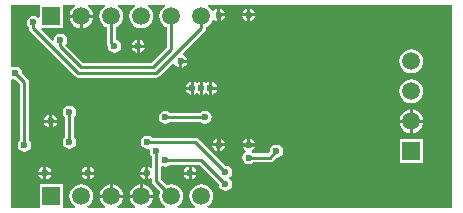
<source format=gbl>
%FSAX24Y24*%
%MOIN*%
G70*
G01*
G75*
G04 Layer_Physical_Order=2*
G04 Layer_Color=16711680*
G04:AMPARAMS|DCode=10|XSize=70.9mil|YSize=43.3mil|CornerRadius=10.8mil|HoleSize=0mil|Usage=FLASHONLY|Rotation=0.000|XOffset=0mil|YOffset=0mil|HoleType=Round|Shape=RoundedRectangle|*
%AMROUNDEDRECTD10*
21,1,0.0709,0.0217,0,0,0.0*
21,1,0.0492,0.0433,0,0,0.0*
1,1,0.0217,0.0246,-0.0108*
1,1,0.0217,-0.0246,-0.0108*
1,1,0.0217,-0.0246,0.0108*
1,1,0.0217,0.0246,0.0108*
%
%ADD10ROUNDEDRECTD10*%
%ADD11O,0.0374X0.0630*%
%ADD12R,0.0134X0.0394*%
G04:AMPARAMS|DCode=13|XSize=27.6mil|YSize=78.7mil|CornerRadius=6.9mil|HoleSize=0mil|Usage=FLASHONLY|Rotation=270.000|XOffset=0mil|YOffset=0mil|HoleType=Round|Shape=RoundedRectangle|*
%AMROUNDEDRECTD13*
21,1,0.0276,0.0650,0,0,270.0*
21,1,0.0138,0.0787,0,0,270.0*
1,1,0.0138,-0.0325,-0.0069*
1,1,0.0138,-0.0325,0.0069*
1,1,0.0138,0.0325,0.0069*
1,1,0.0138,0.0325,-0.0069*
%
%ADD13ROUNDEDRECTD13*%
G04:AMPARAMS|DCode=14|XSize=27.6mil|YSize=78.7mil|CornerRadius=6.9mil|HoleSize=0mil|Usage=FLASHONLY|Rotation=0.000|XOffset=0mil|YOffset=0mil|HoleType=Round|Shape=RoundedRectangle|*
%AMROUNDEDRECTD14*
21,1,0.0276,0.0650,0,0,0.0*
21,1,0.0138,0.0787,0,0,0.0*
1,1,0.0138,0.0069,-0.0325*
1,1,0.0138,-0.0069,-0.0325*
1,1,0.0138,-0.0069,0.0325*
1,1,0.0138,0.0069,0.0325*
%
%ADD14ROUNDEDRECTD14*%
G04:AMPARAMS|DCode=15|XSize=39.4mil|YSize=94.5mil|CornerRadius=9.8mil|HoleSize=0mil|Usage=FLASHONLY|Rotation=270.000|XOffset=0mil|YOffset=0mil|HoleType=Round|Shape=RoundedRectangle|*
%AMROUNDEDRECTD15*
21,1,0.0394,0.0748,0,0,270.0*
21,1,0.0197,0.0945,0,0,270.0*
1,1,0.0197,-0.0374,-0.0098*
1,1,0.0197,-0.0374,0.0098*
1,1,0.0197,0.0374,0.0098*
1,1,0.0197,0.0374,-0.0098*
%
%ADD15ROUNDEDRECTD15*%
G04:AMPARAMS|DCode=16|XSize=129.9mil|YSize=94.5mil|CornerRadius=11.8mil|HoleSize=0mil|Usage=FLASHONLY|Rotation=270.000|XOffset=0mil|YOffset=0mil|HoleType=Round|Shape=RoundedRectangle|*
%AMROUNDEDRECTD16*
21,1,0.1299,0.0709,0,0,270.0*
21,1,0.1063,0.0945,0,0,270.0*
1,1,0.0236,-0.0354,-0.0532*
1,1,0.0236,-0.0354,0.0532*
1,1,0.0236,0.0354,0.0532*
1,1,0.0236,0.0354,-0.0532*
%
%ADD16ROUNDEDRECTD16*%
%ADD17C,0.0100*%
%ADD18C,0.0200*%
%ADD19C,0.0591*%
%ADD20R,0.0591X0.0591*%
%ADD21R,0.0591X0.0591*%
%ADD22C,0.0236*%
G36*
X039597Y027610D02*
X031468D01*
X031452Y027657D01*
X031532Y027718D01*
X031595Y027801D01*
X031635Y027897D01*
X031649Y028000D01*
X031635Y028103D01*
X031595Y028199D01*
X031532Y028282D01*
X031449Y028345D01*
X031353Y028385D01*
X031250Y028399D01*
X031147Y028385D01*
X031051Y028345D01*
X030968Y028282D01*
X030905Y028199D01*
X030865Y028103D01*
X030851Y028000D01*
X030865Y027897D01*
X030905Y027801D01*
X030968Y027718D01*
X031048Y027657D01*
X031032Y027610D01*
X030468D01*
X030452Y027657D01*
X030532Y027718D01*
X030595Y027801D01*
X030635Y027897D01*
X030649Y028000D01*
X030635Y028103D01*
X030595Y028199D01*
X030532Y028282D01*
X030449Y028345D01*
X030353Y028385D01*
X030250Y028399D01*
X030147Y028385D01*
X030100Y028366D01*
X029903Y028563D01*
Y028983D01*
X029947Y029006D01*
X029965Y028995D01*
X030050Y028978D01*
X030135Y028995D01*
X030207Y029043D01*
X030210Y029047D01*
X031187D01*
X031829Y028405D01*
X031828Y028400D01*
X031845Y028315D01*
X031893Y028243D01*
X031965Y028195D01*
X032050Y028178D01*
X032135Y028195D01*
X032207Y028243D01*
X032255Y028315D01*
X032272Y028400D01*
X032255Y028485D01*
X032207Y028557D01*
X032181Y028575D01*
Y028625D01*
X032207Y028643D01*
X032255Y028715D01*
X032272Y028800D01*
X032255Y028885D01*
X032207Y028957D01*
X032135Y029005D01*
X032050Y029022D01*
X032045Y029021D01*
X031158Y029908D01*
X031109Y029941D01*
X031050Y029953D01*
X029610D01*
X029607Y029957D01*
X029535Y030005D01*
X029450Y030022D01*
X029365Y030005D01*
X029293Y029957D01*
X029245Y029885D01*
X029228Y029800D01*
X029245Y029715D01*
X029293Y029643D01*
X029365Y029595D01*
X029450Y029578D01*
X029503Y029588D01*
X029538Y029553D01*
X029528Y029500D01*
X029545Y029415D01*
X029593Y029343D01*
X029597Y029340D01*
Y028975D01*
X029553Y028951D01*
X029515Y028977D01*
X029480Y028984D01*
Y028772D01*
Y028559D01*
X029515Y028566D01*
X029553Y028592D01*
X029597Y028568D01*
Y028500D01*
X029609Y028441D01*
X029642Y028392D01*
X029884Y028150D01*
X029865Y028103D01*
X029851Y028000D01*
X029865Y027897D01*
X029905Y027801D01*
X029968Y027718D01*
X030048Y027657D01*
X030032Y027610D01*
X029468D01*
X029452Y027657D01*
X029532Y027718D01*
X029595Y027801D01*
X029635Y027897D01*
X029642Y027950D01*
X028858D01*
X028865Y027897D01*
X028905Y027801D01*
X028968Y027718D01*
X029048Y027657D01*
X029032Y027610D01*
X028468D01*
X028452Y027657D01*
X028532Y027718D01*
X028595Y027801D01*
X028635Y027897D01*
X028642Y027950D01*
X027858D01*
X027865Y027897D01*
X027905Y027801D01*
X027968Y027718D01*
X028048Y027657D01*
X028032Y027610D01*
X027468D01*
X027452Y027657D01*
X027532Y027718D01*
X027595Y027801D01*
X027635Y027897D01*
X027649Y028000D01*
X027635Y028103D01*
X027595Y028199D01*
X027532Y028282D01*
X027449Y028345D01*
X027353Y028385D01*
X027250Y028399D01*
X027147Y028385D01*
X027051Y028345D01*
X026968Y028282D01*
X026905Y028199D01*
X026865Y028103D01*
X026851Y028000D01*
X026865Y027897D01*
X026905Y027801D01*
X026968Y027718D01*
X027048Y027657D01*
X027032Y027610D01*
X026645D01*
Y028395D01*
X025855D01*
Y027610D01*
X024903D01*
Y031883D01*
X024947Y031906D01*
X024965Y031895D01*
X025050Y031878D01*
X025055Y031879D01*
X025197Y031737D01*
Y029860D01*
X025193Y029857D01*
X025145Y029785D01*
X025128Y029700D01*
X025145Y029615D01*
X025193Y029543D01*
X025265Y029495D01*
X025350Y029478D01*
X025435Y029495D01*
X025507Y029543D01*
X025555Y029615D01*
X025572Y029700D01*
X025555Y029785D01*
X025507Y029857D01*
X025503Y029860D01*
Y031800D01*
X025491Y031859D01*
X025458Y031908D01*
X025271Y032095D01*
X025272Y032100D01*
X025255Y032185D01*
X025207Y032257D01*
X025135Y032305D01*
X025050Y032322D01*
X024965Y032305D01*
X024947Y032294D01*
X024903Y032317D01*
Y034390D01*
X025855D01*
Y033969D01*
X025807Y033955D01*
X025735Y034003D01*
X025650Y034020D01*
X025565Y034003D01*
X025493Y033955D01*
X025445Y033882D01*
X025428Y033797D01*
X025445Y033712D01*
X025493Y033640D01*
X025497Y033637D01*
X025497Y033637D01*
X025497Y033600D01*
X025497Y033600D01*
X025497D01*
X025509Y033541D01*
X025542Y033492D01*
X027042Y031992D01*
X027042D01*
X027042Y031992D01*
X027042Y031992D01*
Y031992D01*
X027091Y031959D01*
X027150Y031947D01*
X029750D01*
X029809Y031959D01*
X029858Y031992D01*
X030299Y032433D01*
X030347Y032418D01*
X030348Y032415D01*
X030396Y032343D01*
X030468Y032295D01*
X030503Y032288D01*
Y032500D01*
X030553D01*
Y032550D01*
X030766D01*
X030759Y032585D01*
X030710Y032657D01*
X030638Y032705D01*
X030635Y032706D01*
X030620Y032754D01*
X031358Y033492D01*
X031391Y033541D01*
X031391Y033541D01*
X031391Y033541D01*
X031403Y033600D01*
Y033636D01*
X031449Y033655D01*
X031532Y033718D01*
X031595Y033801D01*
X031618Y033855D01*
X031656Y033880D01*
X031672Y033885D01*
X031740Y033840D01*
X031775Y033833D01*
Y034045D01*
Y034258D01*
X031740Y034251D01*
X031668Y034203D01*
X031652Y034179D01*
X031602Y034184D01*
X031595Y034199D01*
X031532Y034282D01*
X031452Y034343D01*
X031468Y034390D01*
X039597D01*
Y027610D01*
D02*
G37*
G36*
X030048Y034343D02*
X029968Y034282D01*
X029905Y034199D01*
X029865Y034103D01*
X029851Y034000D01*
X029865Y033897D01*
X029905Y033801D01*
X029968Y033718D01*
X030051Y033655D01*
X030097Y033636D01*
Y032963D01*
X029587Y032453D01*
X027313D01*
X026714Y033053D01*
X026755Y033115D01*
X026772Y033200D01*
X026755Y033285D01*
X026707Y033357D01*
X026635Y033405D01*
X026550Y033422D01*
X026465Y033405D01*
X026393Y033357D01*
X026345Y033285D01*
X026328Y033201D01*
X026280Y033186D01*
X025908Y033559D01*
X025927Y033605D01*
X026645D01*
Y034390D01*
X027032D01*
X027048Y034343D01*
X026968Y034282D01*
X026905Y034199D01*
X026865Y034103D01*
X026858Y034050D01*
X027642D01*
X027635Y034103D01*
X027595Y034199D01*
X027532Y034282D01*
X027452Y034343D01*
X027468Y034390D01*
X028032D01*
X028048Y034343D01*
X027968Y034282D01*
X027905Y034199D01*
X027865Y034103D01*
X027851Y034000D01*
X027865Y033897D01*
X027905Y033801D01*
X027968Y033718D01*
X028051Y033655D01*
X028097Y033636D01*
Y033100D01*
X028109Y033041D01*
X028130Y033010D01*
X028128Y033000D01*
X028145Y032915D01*
X028193Y032843D01*
X028265Y032795D01*
X028350Y032778D01*
X028435Y032795D01*
X028507Y032843D01*
X028555Y032915D01*
X028572Y033000D01*
X028555Y033085D01*
X028507Y033157D01*
X028435Y033205D01*
X028403Y033212D01*
Y033636D01*
X028449Y033655D01*
X028532Y033718D01*
X028595Y033801D01*
X028635Y033897D01*
X028649Y034000D01*
X028635Y034103D01*
X028595Y034199D01*
X028532Y034282D01*
X028452Y034343D01*
X028468Y034390D01*
X029032D01*
X029048Y034343D01*
X028968Y034282D01*
X028905Y034199D01*
X028865Y034103D01*
X028851Y034000D01*
X028865Y033897D01*
X028905Y033801D01*
X028968Y033718D01*
X029051Y033655D01*
X029147Y033615D01*
X029250Y033601D01*
X029353Y033615D01*
X029449Y033655D01*
X029532Y033718D01*
X029595Y033801D01*
X029635Y033897D01*
X029649Y034000D01*
X029635Y034103D01*
X029595Y034199D01*
X029532Y034282D01*
X029452Y034343D01*
X029468Y034390D01*
X030032D01*
X030048Y034343D01*
D02*
G37*
%LPC*%
G36*
X038645Y029895D02*
X037855D01*
Y029105D01*
X038645D01*
Y029895D01*
D02*
G37*
G36*
X033750Y029722D02*
X033665Y029705D01*
X033593Y029657D01*
X033545Y029585D01*
X033528Y029500D01*
X033529Y029495D01*
X033468Y029434D01*
X032985D01*
X032982Y029439D01*
X032931Y029473D01*
Y029523D01*
X032982Y029557D01*
X033030Y029629D01*
X033037Y029665D01*
X032612D01*
X032619Y029629D01*
X032668Y029557D01*
X032719Y029523D01*
Y029473D01*
X032668Y029439D01*
X032619Y029367D01*
X032602Y029281D01*
X032619Y029196D01*
X032668Y029124D01*
X032740Y029076D01*
X032825Y029059D01*
X032910Y029076D01*
X032982Y029124D01*
X032985Y029129D01*
X033531D01*
X033590Y029140D01*
X033640Y029173D01*
X033640Y029173D01*
X033640Y029173D01*
X033745Y029279D01*
X033750Y029278D01*
X033835Y029295D01*
X033907Y029343D01*
X033955Y029415D01*
X033972Y029500D01*
X033955Y029585D01*
X033907Y029657D01*
X033835Y029705D01*
X033750Y029722D01*
D02*
G37*
G36*
X027520Y028984D02*
Y028822D01*
X027683D01*
X027676Y028857D01*
X027628Y028929D01*
X027556Y028977D01*
X027520Y028984D01*
D02*
G37*
G36*
X030820D02*
X030785Y028977D01*
X030713Y028929D01*
X030665Y028857D01*
X030658Y028822D01*
X030820D01*
Y028984D01*
D02*
G37*
G36*
X029380D02*
X029344Y028977D01*
X029272Y028929D01*
X029224Y028857D01*
X029217Y028822D01*
X029380D01*
Y028984D01*
D02*
G37*
G36*
X030920D02*
Y028822D01*
X031083D01*
X031076Y028857D01*
X031028Y028929D01*
X030956Y028977D01*
X030920Y028984D01*
D02*
G37*
G36*
X031775Y029665D02*
X031612D01*
X031619Y029629D01*
X031668Y029557D01*
X031740Y029509D01*
X031775Y029502D01*
Y029665D01*
D02*
G37*
G36*
X032775Y029927D02*
X032740Y029920D01*
X032668Y029872D01*
X032619Y029800D01*
X032612Y029765D01*
X032775D01*
Y029927D01*
D02*
G37*
G36*
X032875D02*
Y029765D01*
X033037D01*
X033030Y029800D01*
X032982Y029872D01*
X032910Y029920D01*
X032875Y029927D01*
D02*
G37*
G36*
X038200Y030450D02*
X037858D01*
X037865Y030397D01*
X037905Y030301D01*
X037968Y030218D01*
X038051Y030155D01*
X038147Y030115D01*
X038200Y030108D01*
Y030450D01*
D02*
G37*
G36*
X031875Y029927D02*
Y029765D01*
X032037D01*
X032030Y029800D01*
X031982Y029872D01*
X031910Y029920D01*
X031875Y029927D01*
D02*
G37*
G36*
X032037Y029665D02*
X031875D01*
Y029502D01*
X031910Y029509D01*
X031982Y029557D01*
X032030Y029629D01*
X032037Y029665D01*
D02*
G37*
G36*
X026850Y031022D02*
X026765Y031005D01*
X026693Y030957D01*
X026645Y030885D01*
X026628Y030800D01*
X026645Y030715D01*
X026693Y030643D01*
X026697Y030640D01*
Y029960D01*
X026693Y029957D01*
X026645Y029885D01*
X026628Y029800D01*
X026645Y029715D01*
X026693Y029643D01*
X026765Y029595D01*
X026850Y029578D01*
X026935Y029595D01*
X027007Y029643D01*
X027055Y029715D01*
X027072Y029800D01*
X027055Y029885D01*
X027007Y029957D01*
X027003Y029960D01*
Y030640D01*
X027007Y030643D01*
X027055Y030715D01*
X027072Y030800D01*
X027055Y030885D01*
X027007Y030957D01*
X026935Y031005D01*
X026850Y031022D01*
D02*
G37*
G36*
X031775Y029927D02*
X031740Y029920D01*
X031668Y029872D01*
X031619Y029800D01*
X031612Y029765D01*
X031775D01*
Y029927D01*
D02*
G37*
G36*
X025980Y028722D02*
X025817D01*
X025824Y028687D01*
X025872Y028614D01*
X025944Y028566D01*
X025980Y028559D01*
Y028722D01*
D02*
G37*
G36*
X026242D02*
X026080D01*
Y028559D01*
X026115Y028566D01*
X026187Y028614D01*
X026235Y028687D01*
X026242Y028722D01*
D02*
G37*
G36*
X027420D02*
X027258D01*
X027265Y028687D01*
X027313Y028614D01*
X027385Y028566D01*
X027420Y028559D01*
Y028722D01*
D02*
G37*
G36*
X029300Y028392D02*
Y028050D01*
X029642D01*
X029635Y028103D01*
X029595Y028199D01*
X029532Y028282D01*
X029449Y028345D01*
X029353Y028385D01*
X029300Y028392D01*
D02*
G37*
G36*
X028200D02*
X028147Y028385D01*
X028051Y028345D01*
X027968Y028282D01*
X027905Y028199D01*
X027865Y028103D01*
X027858Y028050D01*
X028200D01*
Y028392D01*
D02*
G37*
G36*
X028300D02*
Y028050D01*
X028642D01*
X028635Y028103D01*
X028595Y028199D01*
X028532Y028282D01*
X028449Y028345D01*
X028353Y028385D01*
X028300Y028392D01*
D02*
G37*
G36*
X029200D02*
X029147Y028385D01*
X029051Y028345D01*
X028968Y028282D01*
X028905Y028199D01*
X028865Y028103D01*
X028858Y028050D01*
X029200D01*
Y028392D01*
D02*
G37*
G36*
X025980Y028984D02*
X025944Y028977D01*
X025872Y028929D01*
X025824Y028857D01*
X025817Y028822D01*
X025980D01*
Y028984D01*
D02*
G37*
G36*
X026080D02*
Y028822D01*
X026242D01*
X026235Y028857D01*
X026187Y028929D01*
X026115Y028977D01*
X026080Y028984D01*
D02*
G37*
G36*
X027420D02*
X027385Y028977D01*
X027313Y028929D01*
X027265Y028857D01*
X027258Y028822D01*
X027420D01*
Y028984D01*
D02*
G37*
G36*
X031083Y028722D02*
X030920D01*
Y028559D01*
X030956Y028566D01*
X031028Y028614D01*
X031076Y028687D01*
X031083Y028722D01*
D02*
G37*
G36*
X027683D02*
X027520D01*
Y028559D01*
X027556Y028566D01*
X027628Y028614D01*
X027676Y028687D01*
X027683Y028722D01*
D02*
G37*
G36*
X029380D02*
X029217D01*
X029224Y028687D01*
X029272Y028614D01*
X029344Y028566D01*
X029380Y028559D01*
Y028722D01*
D02*
G37*
G36*
X030820D02*
X030658D01*
X030665Y028687D01*
X030713Y028614D01*
X030785Y028566D01*
X030820Y028559D01*
Y028722D01*
D02*
G37*
G36*
X038642Y030450D02*
X038300D01*
Y030108D01*
X038353Y030115D01*
X038449Y030155D01*
X038532Y030218D01*
X038595Y030301D01*
X038635Y030397D01*
X038642Y030450D01*
D02*
G37*
G36*
X029097Y033212D02*
X029062Y033205D01*
X028990Y033157D01*
X028941Y033085D01*
X028934Y033050D01*
X029097D01*
Y033212D01*
D02*
G37*
G36*
X029197D02*
Y033050D01*
X029359D01*
X029352Y033085D01*
X029304Y033157D01*
X029232Y033205D01*
X029197Y033212D01*
D02*
G37*
G36*
X027200Y033950D02*
X026858D01*
X026865Y033897D01*
X026905Y033801D01*
X026968Y033718D01*
X027051Y033655D01*
X027147Y033615D01*
X027200Y033608D01*
Y033950D01*
D02*
G37*
G36*
X029359Y032950D02*
X029197D01*
Y032788D01*
X029232Y032795D01*
X029304Y032843D01*
X029352Y032915D01*
X029359Y032950D01*
D02*
G37*
G36*
X038250Y032899D02*
X038147Y032885D01*
X038051Y032845D01*
X037968Y032782D01*
X037905Y032699D01*
X037865Y032603D01*
X037851Y032500D01*
X037865Y032397D01*
X037905Y032301D01*
X037968Y032218D01*
X038051Y032155D01*
X038147Y032115D01*
X038250Y032101D01*
X038353Y032115D01*
X038449Y032155D01*
X038532Y032218D01*
X038595Y032301D01*
X038635Y032397D01*
X038649Y032500D01*
X038635Y032603D01*
X038595Y032699D01*
X038532Y032782D01*
X038449Y032845D01*
X038353Y032885D01*
X038250Y032899D01*
D02*
G37*
G36*
X030766Y032450D02*
X030603D01*
Y032288D01*
X030638Y032295D01*
X030710Y032343D01*
X030759Y032415D01*
X030766Y032450D01*
D02*
G37*
G36*
X029097Y032950D02*
X028934D01*
X028941Y032915D01*
X028990Y032843D01*
X029062Y032795D01*
X029097Y032788D01*
Y032950D01*
D02*
G37*
G36*
X031875Y034258D02*
Y034095D01*
X032037D01*
X032030Y034130D01*
X031982Y034203D01*
X031910Y034251D01*
X031875Y034258D01*
D02*
G37*
G36*
X032775D02*
X032740Y034251D01*
X032668Y034203D01*
X032619Y034130D01*
X032612Y034095D01*
X032775D01*
Y034258D01*
D02*
G37*
G36*
X032875D02*
Y034095D01*
X033037D01*
X033030Y034130D01*
X032982Y034203D01*
X032910Y034251D01*
X032875Y034258D01*
D02*
G37*
G36*
X033037Y033995D02*
X032875D01*
Y033833D01*
X032910Y033840D01*
X032982Y033888D01*
X033030Y033960D01*
X033037Y033995D01*
D02*
G37*
G36*
X027642Y033950D02*
X027300D01*
Y033608D01*
X027353Y033615D01*
X027449Y033655D01*
X027532Y033718D01*
X027595Y033801D01*
X027635Y033897D01*
X027642Y033950D01*
D02*
G37*
G36*
X032037Y033995D02*
X031875D01*
Y033833D01*
X031910Y033840D01*
X031982Y033888D01*
X032030Y033960D01*
X032037Y033995D01*
D02*
G37*
G36*
X032775D02*
X032612D01*
X032619Y033960D01*
X032668Y033888D01*
X032740Y033840D01*
X032775Y033833D01*
Y033995D01*
D02*
G37*
G36*
X026172Y030716D02*
X026137Y030709D01*
X026065Y030660D01*
X026017Y030588D01*
X026010Y030553D01*
X026172D01*
Y030716D01*
D02*
G37*
G36*
X026272D02*
Y030553D01*
X026435D01*
X026428Y030588D01*
X026380Y030660D01*
X026308Y030709D01*
X026272Y030716D01*
D02*
G37*
G36*
X031370Y030854D02*
X031285Y030837D01*
X031213Y030789D01*
X031210Y030784D01*
X030210D01*
X030207Y030789D01*
X030135Y030837D01*
X030050Y030854D01*
X029965Y030837D01*
X029893Y030789D01*
X029845Y030717D01*
X029828Y030631D01*
X029845Y030546D01*
X029893Y030474D01*
X029965Y030426D01*
X030050Y030409D01*
X030135Y030426D01*
X030207Y030474D01*
X030210Y030479D01*
X031210D01*
X031213Y030474D01*
X031285Y030426D01*
X031370Y030409D01*
X031456Y030426D01*
X031528Y030474D01*
X031576Y030546D01*
X031593Y030631D01*
X031576Y030717D01*
X031528Y030789D01*
X031456Y030837D01*
X031370Y030854D01*
D02*
G37*
G36*
X038300Y030892D02*
Y030550D01*
X038642D01*
X038635Y030603D01*
X038595Y030699D01*
X038532Y030782D01*
X038449Y030845D01*
X038353Y030885D01*
X038300Y030892D01*
D02*
G37*
G36*
X026172Y030453D02*
X026010D01*
X026017Y030418D01*
X026065Y030346D01*
X026137Y030298D01*
X026172Y030291D01*
Y030453D01*
D02*
G37*
G36*
X026435D02*
X026272D01*
Y030291D01*
X026308Y030298D01*
X026380Y030346D01*
X026428Y030418D01*
X026435Y030453D01*
D02*
G37*
G36*
X038200Y030892D02*
X038147Y030885D01*
X038051Y030845D01*
X037968Y030782D01*
X037905Y030699D01*
X037865Y030603D01*
X037858Y030550D01*
X038200D01*
Y030892D01*
D02*
G37*
G36*
X031600Y031812D02*
Y031650D01*
X031762D01*
X031755Y031685D01*
X031707Y031757D01*
X031635Y031805D01*
X031600Y031812D01*
D02*
G37*
G36*
X031200D02*
X031165Y031805D01*
X031100Y031762D01*
X031035Y031805D01*
X031000Y031812D01*
Y031600D01*
Y031388D01*
X031035Y031395D01*
X031100Y031438D01*
X031165Y031395D01*
X031200Y031388D01*
Y031600D01*
Y031812D01*
D02*
G37*
G36*
X031500D02*
X031465Y031805D01*
X031400Y031762D01*
X031335Y031805D01*
X031300Y031812D01*
Y031600D01*
Y031388D01*
X031335Y031395D01*
X031400Y031438D01*
X031465Y031395D01*
X031500Y031388D01*
Y031600D01*
Y031812D01*
D02*
G37*
G36*
X030900D02*
X030865Y031805D01*
X030793Y031757D01*
X030745Y031685D01*
X030738Y031650D01*
X030900D01*
Y031812D01*
D02*
G37*
G36*
X038250Y031899D02*
X038147Y031885D01*
X038051Y031845D01*
X037968Y031782D01*
X037905Y031699D01*
X037865Y031603D01*
X037851Y031500D01*
X037865Y031397D01*
X037905Y031301D01*
X037968Y031218D01*
X038051Y031155D01*
X038147Y031115D01*
X038250Y031101D01*
X038353Y031115D01*
X038449Y031155D01*
X038532Y031218D01*
X038595Y031301D01*
X038635Y031397D01*
X038649Y031500D01*
X038635Y031603D01*
X038595Y031699D01*
X038532Y031782D01*
X038449Y031845D01*
X038353Y031885D01*
X038250Y031899D01*
D02*
G37*
G36*
X030900Y031550D02*
X030738D01*
X030745Y031515D01*
X030793Y031443D01*
X030865Y031395D01*
X030900Y031388D01*
Y031550D01*
D02*
G37*
G36*
X031762D02*
X031600D01*
Y031388D01*
X031635Y031395D01*
X031707Y031443D01*
X031755Y031515D01*
X031762Y031550D01*
D02*
G37*
%LPD*%
D17*
X033531Y029281D02*
X033750Y029500D01*
X032825Y029281D02*
X033531D01*
X031050Y029800D02*
X032050Y028800D01*
X029450Y029800D02*
X031050D01*
X031278Y028772D02*
X032050Y028000D01*
X031250Y029200D02*
X032050Y028400D01*
Y028000D02*
X032450D01*
X032550Y028100D02*
Y029715D01*
X029750Y032100D02*
X031250Y033600D01*
X027150Y032100D02*
X029750D01*
X025650Y033600D02*
X027150Y032100D01*
X029650Y032300D02*
X030250Y032900D01*
X027250Y032300D02*
X029650D01*
X026550Y033000D02*
X027250Y032300D01*
X028250Y033100D02*
X028350Y033000D01*
X026550D02*
Y033200D01*
X025650Y033600D02*
Y033797D01*
X031250Y033600D02*
Y034000D01*
X030250Y032900D02*
Y034000D01*
X026450Y028772D02*
X027470D01*
X026030D02*
X026450D01*
Y029000D01*
X026222Y029228D02*
X026450Y029000D01*
X026222Y029228D02*
Y030503D01*
X031550Y031200D02*
Y031600D01*
Y031200D02*
X031825Y030925D01*
Y029715D02*
Y030925D01*
Y031625D02*
Y034045D01*
Y031625D02*
X031850Y031600D01*
X031550D02*
X031850D01*
X033950Y030500D02*
X038250D01*
X033165Y029715D02*
X033950Y030500D01*
X032825Y029715D02*
X033165D01*
X032550D02*
X032825D01*
X028250Y028000D02*
X029250D01*
X032450D02*
X032550Y028100D01*
X030870Y028772D02*
X031278D01*
X028250D02*
X029430D01*
X027470D02*
X028250D01*
Y028000D02*
Y028772D01*
Y033100D02*
Y034000D01*
X030050Y030631D02*
X031370D01*
X030050Y029200D02*
X031250D01*
X029750Y028500D02*
X030250Y028000D01*
X029750Y028500D02*
Y029500D01*
X026850Y029800D02*
Y030800D01*
X025350Y029700D02*
Y031800D01*
X025050Y032100D02*
X025350Y031800D01*
D19*
X031250Y028000D02*
D03*
X030250D02*
D03*
X029250D02*
D03*
X028250D02*
D03*
X027250D02*
D03*
X038250Y030500D02*
D03*
Y031500D02*
D03*
Y032500D02*
D03*
X031250Y034000D02*
D03*
X030250D02*
D03*
X029250D02*
D03*
X028250D02*
D03*
X027250D02*
D03*
D20*
X026250Y028000D02*
D03*
Y034000D02*
D03*
D21*
X038250Y029500D02*
D03*
D22*
X033750D02*
D03*
X030050Y030631D02*
D03*
X032050Y028800D02*
D03*
Y028400D02*
D03*
X028350Y033000D02*
D03*
X030553Y032500D02*
D03*
X029147Y033000D02*
D03*
X031825Y029715D02*
D03*
X031370Y030631D02*
D03*
X030050Y029200D02*
D03*
X029750Y029500D02*
D03*
X029450Y029800D02*
D03*
X026850D02*
D03*
Y030800D02*
D03*
X025650Y033797D02*
D03*
X026550Y033200D02*
D03*
X032825Y029281D02*
D03*
X026222Y030503D02*
D03*
X025050Y032100D02*
D03*
X025350Y029700D02*
D03*
X030950Y031600D02*
D03*
X031250D02*
D03*
X031550D02*
D03*
X031825Y034045D02*
D03*
X032825D02*
D03*
Y029715D02*
D03*
X030870Y028772D02*
D03*
X029430D02*
D03*
X027470D02*
D03*
X026030D02*
D03*
M02*

</source>
